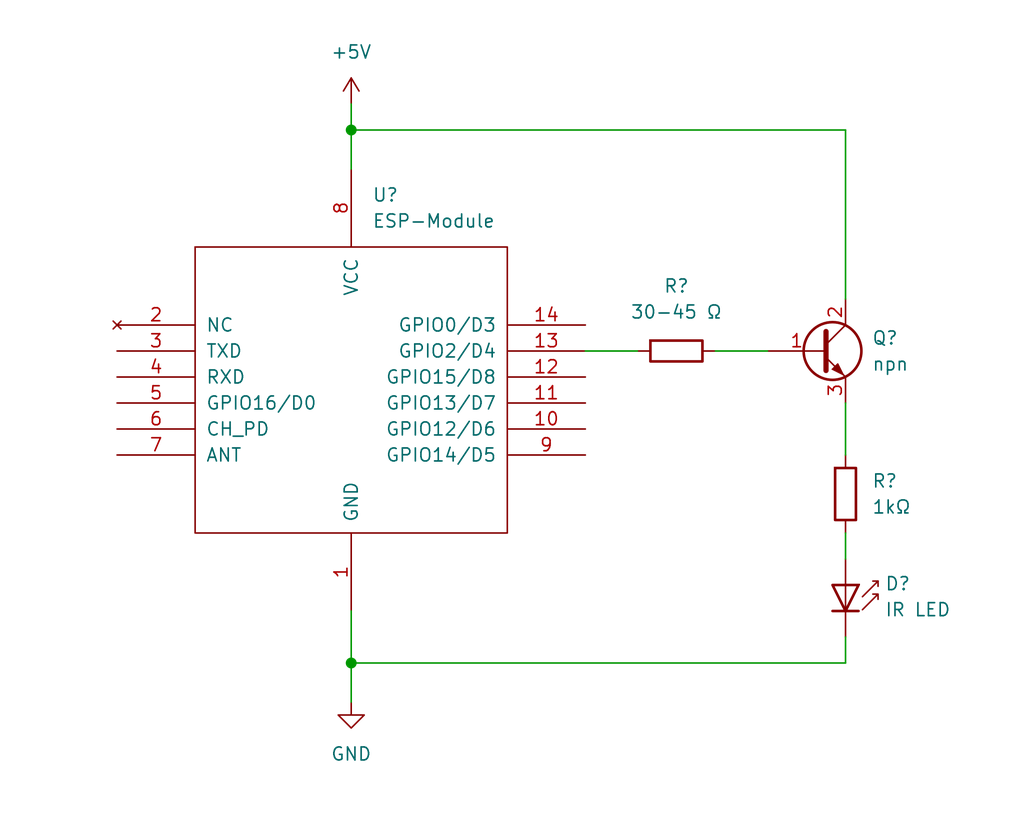
<source format=kicad_sch>
(kicad_sch (version 20211123) (generator eeschema)
  (paper "User" 99.9998 80.01)
  (lib_symbols
    (symbol "Device:Q_NPN_BCE" (pin_names (offset 0) hide)
      (property "Reference" "Q" (at 5.08 1.27 0))
      (property "Value" "Q_NPN_BCE" (at 5.08 -1.27 0))
      (symbol "Q_NPN_BCE_0_1"
        (polyline (pts (xy 0.635 0.635) (xy 2.54 2.54)))
        (polyline (pts (xy 0.635 -0.635) (xy 2.54 -2.54) (xy 2.54 -2.54)))
        (polyline (pts (xy 0.635 1.905) (xy 0.635 -1.905) (xy 0.635 -1.905)) (stroke (width 0.508)))
        (polyline (pts (xy 1.27 -1.778) (xy 1.778 -1.27) (xy 2.286 -2.286) (xy 1.27 -1.778) (xy 1.27 -1.778)) (fill (type outline)))
        (circle (center 1.27 0) (radius 2.8194) (stroke (width 0.254)))
      )
      (symbol "Q_NPN_BCE_1_1"
        (pin input line (at -5.08 0 0) (length 5.715) (name "B") (number "1"))
        (pin passive line (at 2.54 5.08 270) (length 2.54) (name "C") (number "2"))
        (pin passive line (at 2.54 -5.08 90) (length 2.54) (name "E") (number "3"))
      )
    )
    (symbol "Device:R" (pin_numbers hide) (pin_names (offset 0))
      (property "Reference" "R" (at 2.032 0 90))
      (property "Value" "R" (at 0 0 90))
      (symbol "R_0_1"
        (rectangle (start -1.016 -2.54) (end 1.016 2.54) (stroke (width 0.254)))
      )
      (symbol "R_1_1"
        (pin passive line (at 0 3.81 270) (length 1.27) (name "~") (number "1"))
        (pin passive line (at 0 -3.81 90) (length 1.27) (name "~") (number "2"))
      )
    )
    (symbol "ESP8266:ESP-03" (pin_names (offset 1.016))
      (property "Reference" "U?" (at 2.0194 20.32 0))
      (property "Value" "ESP-Module" (at 2.0194 17.78 0))
      (symbol "ESP-03_1_0"
        (rectangle (start -15.24 -12.7) (end 15.24 15.24))
      )
      (symbol "ESP-03_1_1"
        (pin power_in line (at 0 -20.32 90) (length 7.62) (name "GND") (number "1"))
        (pin bidirectional line (at 22.86 -2.54 180) (length 7.62) (name "GPIO12/D6") (number "10"))
        (pin bidirectional line (at 22.86 0 180) (length 7.62) (name "GPIO13/D7") (number "11"))
        (pin bidirectional line (at 22.86 2.54 180) (length 7.62) (name "GPIO15/D8") (number "12"))
        (pin bidirectional line (at 22.86 5.08 180) (length 7.62) (name "GPIO2/D4") (number "13"))
        (pin input line (at 22.86 7.62 180) (length 7.62) (name "GPIO0/D3") (number "14"))
        (pin no_connect line (at -22.86 7.62 0) (length 7.62) (name "NC") (number "2"))
        (pin output line (at -22.86 5.08 0) (length 7.62) (name "TXD") (number "3"))
        (pin input line (at -22.86 2.54 0) (length 7.62) (name "RXD") (number "4"))
        (pin bidirectional line (at -22.86 0 0) (length 7.62) (name "GPIO16/D0") (number "5"))
        (pin input line (at -22.86 -2.54 0) (length 7.62) (name "CH_PD") (number "6"))
        (pin unspecified line (at -22.86 -5.08 0) (length 7.62) (name "ANT") (number "7"))
        (pin power_in line (at 0 22.86 270) (length 7.62) (name "VCC") (number "8"))
        (pin bidirectional line (at 22.86 -5.08 180) (length 7.62) (name "GPIO14/D5") (number "9"))
      )
    )
    (symbol "LED:IR204A" (pin_numbers hide) (pin_names (offset 1.016) hide)
      (property "Reference" "D" (at 0.508 1.778 0))
      (property "Value" "IR204A" (at -1.016 -2.794 0))
      (symbol "IR204A_0_1"
        (polyline (pts (xy -2.54 1.27) (xy -2.54 -1.27)) (stroke (width 0.254)))
        (polyline (pts (xy 0 0) (xy -2.54 0)))
        (polyline (pts (xy 0.381 3.175) (xy -0.127 3.175)))
        (polyline (pts (xy -1.143 1.651) (xy 0.381 3.175) (xy 0.381 2.667)))
        (polyline (pts (xy 0 1.27) (xy -2.54 0) (xy 0 -1.27) (xy 0 1.27)) (stroke (width 0.254)))
        (polyline (pts (xy -2.413 1.651) (xy -0.889 3.175) (xy -0.889 2.667) (xy -0.889 3.175) (xy -1.397 3.175)))
      )
      (symbol "IR204A_1_1"
        (pin passive line (at -5.08 0 0) (length 2.54) (name "K") (number "1"))
        (pin passive line (at 2.54 0 180) (length 2.54) (name "A") (number "2"))
      )
    )
    (symbol "power:+5V" (power) (pin_names (offset 0))
      (property "Value" "+5V" (at 0 3.556 0))
      (symbol "+5V_0_1"
        (polyline (pts (xy -0.762 1.27) (xy 0 2.54)))
        (polyline (pts (xy 0 0) (xy 0 2.54)))
        (polyline (pts (xy 0 2.54) (xy 0.762 1.27)))
      )
      (symbol "+5V_1_1"
        (pin power_in line (at 0 0 90) (length 0) hide (name "+5V") (number "1"))
      )
    )
    (symbol "power:GND" (power) (pin_names (offset 0))
      (property "Value" "GND" (at 0 -3.81 0))
      (symbol "GND_0_1"
        (polyline (pts (xy 0 0) (xy 0 -1.27) (xy 1.27 -1.27) (xy 0 -2.54) (xy -1.27 -1.27) (xy 0 -1.27)))
      )
      (symbol "GND_1_1"
        (pin power_in line (at 0 0 270) (length 0) hide (name "GND") (number "1"))
      )
    )
  )
  (junction (at 34.29 64.77))
  (junction (at 34.29 12.7))
  (wire (pts (xy 82.55 12.7) (xy 82.55 29.21)))
  (wire (pts (xy 34.29 64.77) (xy 34.29 68.58)))
  (wire (pts (xy 82.55 39.37) (xy 82.55 44.45)))
  (wire (pts (xy 82.55 52.07) (xy 82.55 54.61)))
  (wire (pts (xy 34.29 10.16) (xy 34.29 12.7)))
  (wire (pts (xy 34.29 12.7) (xy 34.29 16.51)))
  (wire (pts (xy 57.15 34.29) (xy 62.23 34.29)))
  (wire (pts (xy 34.29 64.77) (xy 82.55 64.77)))
  (wire (pts (xy 82.55 12.7) (xy 34.29 12.7)))
  (wire (pts (xy 34.29 59.69) (xy 34.29 64.77)))
  (wire (pts (xy 82.55 64.77) (xy 82.55 62.23)))
  (wire (pts (xy 69.85 34.29) (xy 74.93 34.29)))
  (symbol (lib_id "ESP8266:ESP-03") (at 34.29 39.37 0) (unit 1)
    (property "Reference" "U?" (at 36.3094 19.05 0) (effects (justify left)))
    (property "Value" "ESP-Module" (at 36.3094 21.59 0) (effects (justify left)))
    (property "Datasheet" "http://l0l.org.uk/2014/12/esp8266-modules-hardware-guide-gotta-catch-em-all/" (effects hide))
  )
  (symbol (lib_id "power:GND") (at 34.29 68.58 0) (unit 1)
    (property "Reference" "#PWR?" (effects hide))
    (property "Value" "GND" (at 34.29 73.66 0))
  )
  (symbol (lib_id "LED:IR204A") (at 82.55 57.15 270) (mirror x) (unit 1)
    (property "Reference" "D?" (at 86.36 57.0229 90) (effects (justify left)))
    (property "Value" "IR LED" (at 86.36 59.5629 90) (effects (justify left)))
    (property "Footprint" "LED_THT:LED_D3.0mm_IRBlack" (effects hide))
    (property "Datasheet" "http://www.everlight.com/file/ProductFile/IR204-A.pdf" (effects hide))
  )
  (symbol (lib_id "Device:Q_NPN_BCE") (at 80.01 34.29 0) (unit 1)
    (property "Reference" "Q?" (at 85.09 33.0199 0) (effects (justify left)))
    (property "Value" "npn" (at 85.09 35.56 0) (effects (justify left)))
  )
  (symbol (lib_id "Device:R") (at 82.55 48.26 0) (unit 1)
    (property "Reference" "R?" (at 85.09 46.9899 0) (effects (justify left)))
    (property "Value" "1kΩ" (at 85.09 49.5299 0) (effects (justify left)))
  )
  (symbol (lib_id "Device:R") (at 66.04 34.29 90) (unit 1)
    (property "Reference" "R?" (at 66.04 27.94 90))
    (property "Value" "30-45 Ω" (at 66.04 30.48 90))
  )
  (symbol (lib_id "power:+5V") (at 34.29 10.16 0) (unit 1)
    (property "Reference" "#PWR?" (effects hide))
    (property "Value" "+5V" (at 34.29 5.08 0))
  )
)
</source>
